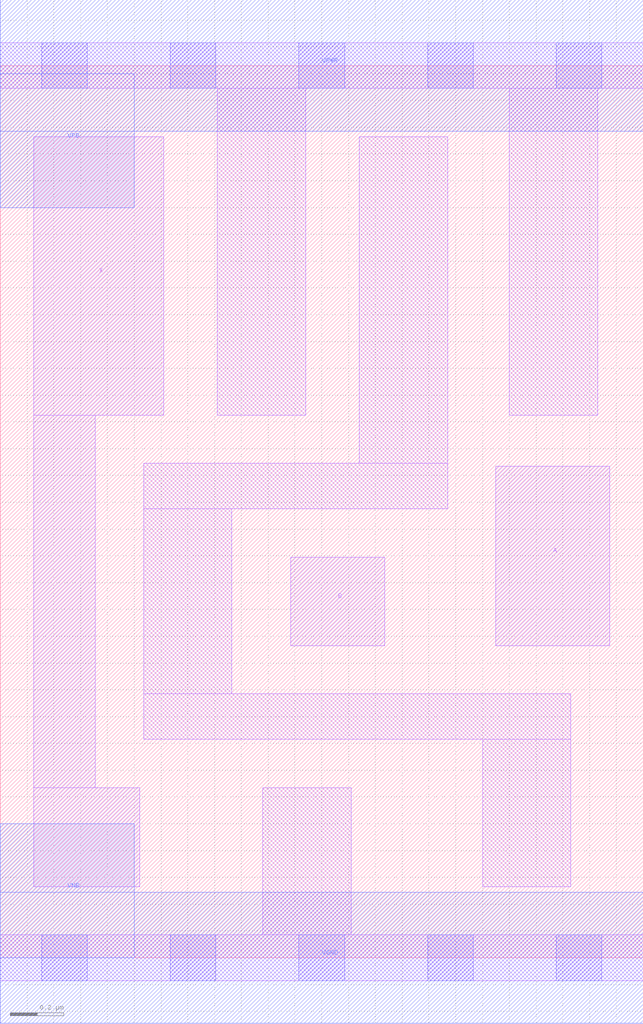
<source format=lef>
# Copyright 2020 The SkyWater PDK Authors
#
# Licensed under the Apache License, Version 2.0 (the "License");
# you may not use this file except in compliance with the License.
# You may obtain a copy of the License at
#
#     https://www.apache.org/licenses/LICENSE-2.0
#
# Unless required by applicable law or agreed to in writing, software
# distributed under the License is distributed on an "AS IS" BASIS,
# WITHOUT WARRANTIES OR CONDITIONS OF ANY KIND, either express or implied.
# See the License for the specific language governing permissions and
# limitations under the License.
#
# SPDX-License-Identifier: Apache-2.0

VERSION 5.5 ;
NAMESCASESENSITIVE ON ;
BUSBITCHARS "[]" ;
DIVIDERCHAR "/" ;
MACRO sky130_fd_sc_lp__and2_lp2
  CLASS CORE ;
  SOURCE USER ;
  ORIGIN  0.000000  0.000000 ;
  SIZE  2.400000 BY  3.330000 ;
  SYMMETRY X Y R90 ;
  SITE unit ;
  PIN A
    ANTENNAGATEAREA  0.313000 ;
    DIRECTION INPUT ;
    USE SIGNAL ;
    PORT
      LAYER li1 ;
        RECT 1.850000 1.165000 2.275000 1.835000 ;
    END
  END A
  PIN B
    ANTENNAGATEAREA  0.313000 ;
    DIRECTION INPUT ;
    USE SIGNAL ;
    PORT
      LAYER li1 ;
        RECT 1.085000 1.165000 1.435000 1.495000 ;
    END
  END B
  PIN X
    ANTENNADIFFAREA  0.404700 ;
    DIRECTION OUTPUT ;
    USE SIGNAL ;
    PORT
      LAYER li1 ;
        RECT 0.125000 0.265000 0.520000 0.635000 ;
        RECT 0.125000 0.635000 0.355000 2.025000 ;
        RECT 0.125000 2.025000 0.610000 3.065000 ;
    END
  END X
  PIN VGND
    DIRECTION INOUT ;
    USE GROUND ;
    PORT
      LAYER met1 ;
        RECT 0.000000 -0.245000 2.400000 0.245000 ;
    END
  END VGND
  PIN VNB
    DIRECTION INOUT ;
    USE GROUND ;
    PORT
    END
  END VNB
  PIN VPB
    DIRECTION INOUT ;
    USE POWER ;
    PORT
    END
  END VPB
  PIN VNB
    DIRECTION INOUT ;
    USE GROUND ;
    PORT
      LAYER met1 ;
        RECT 0.000000 0.000000 0.500000 0.500000 ;
    END
  END VNB
  PIN VPB
    DIRECTION INOUT ;
    USE POWER ;
    PORT
      LAYER met1 ;
        RECT 0.000000 2.800000 0.500000 3.300000 ;
    END
  END VPB
  PIN VPWR
    DIRECTION INOUT ;
    USE POWER ;
    PORT
      LAYER met1 ;
        RECT 0.000000 3.085000 2.400000 3.575000 ;
    END
  END VPWR
  OBS
    LAYER li1 ;
      RECT 0.000000 -0.085000 2.400000 0.085000 ;
      RECT 0.000000  3.245000 2.400000 3.415000 ;
      RECT 0.535000  0.815000 2.130000 0.985000 ;
      RECT 0.535000  0.985000 0.865000 1.675000 ;
      RECT 0.535000  1.675000 1.670000 1.845000 ;
      RECT 0.810000  2.025000 1.140000 3.245000 ;
      RECT 0.980000  0.085000 1.310000 0.635000 ;
      RECT 1.340000  1.845000 1.670000 3.065000 ;
      RECT 1.800000  0.265000 2.130000 0.815000 ;
      RECT 1.900000  2.025000 2.230000 3.245000 ;
    LAYER mcon ;
      RECT 0.155000 -0.085000 0.325000 0.085000 ;
      RECT 0.155000  3.245000 0.325000 3.415000 ;
      RECT 0.635000 -0.085000 0.805000 0.085000 ;
      RECT 0.635000  3.245000 0.805000 3.415000 ;
      RECT 1.115000 -0.085000 1.285000 0.085000 ;
      RECT 1.115000  3.245000 1.285000 3.415000 ;
      RECT 1.595000 -0.085000 1.765000 0.085000 ;
      RECT 1.595000  3.245000 1.765000 3.415000 ;
      RECT 2.075000 -0.085000 2.245000 0.085000 ;
      RECT 2.075000  3.245000 2.245000 3.415000 ;
  END
END sky130_fd_sc_lp__and2_lp2
END LIBRARY

</source>
